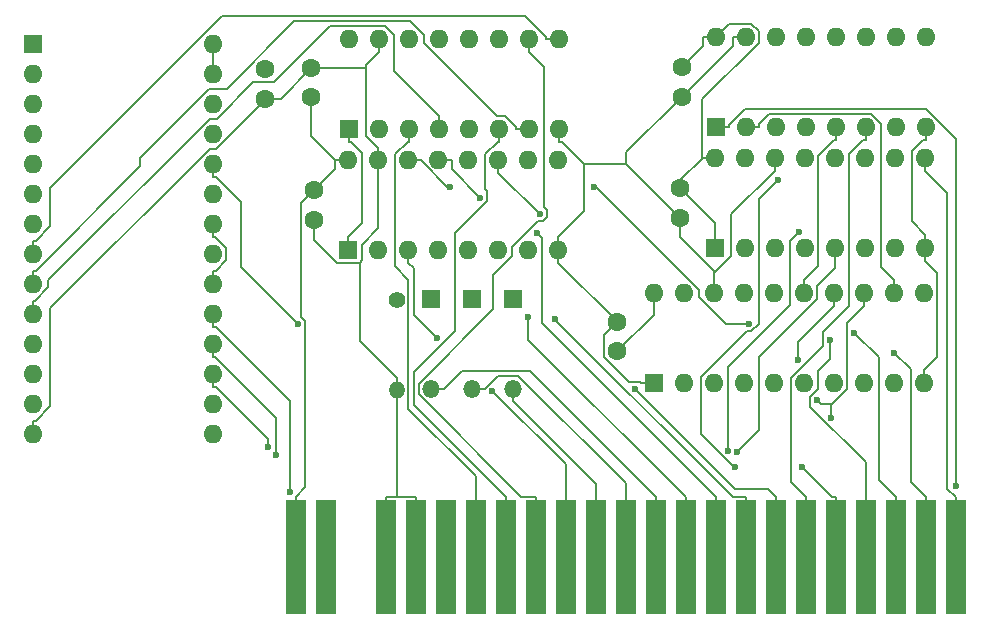
<source format=gbr>
%TF.GenerationSoftware,KiCad,Pcbnew,8.0.2*%
%TF.CreationDate,2024-05-20T10:37:38+02:00*%
%TF.ProjectId,zx81-external-rom-with-display,7a783831-2d65-4787-9465-726e616c2d72,rev?*%
%TF.SameCoordinates,Original*%
%TF.FileFunction,Copper,L2,Bot*%
%TF.FilePolarity,Positive*%
%FSLAX46Y46*%
G04 Gerber Fmt 4.6, Leading zero omitted, Abs format (unit mm)*
G04 Created by KiCad (PCBNEW 8.0.2) date 2024-05-20 10:37:38*
%MOMM*%
%LPD*%
G01*
G04 APERTURE LIST*
%TA.AperFunction,ComponentPad*%
%ADD10C,1.600000*%
%TD*%
%TA.AperFunction,ComponentPad*%
%ADD11R,1.600000X1.600000*%
%TD*%
%TA.AperFunction,ComponentPad*%
%ADD12O,1.600000X1.600000*%
%TD*%
%TA.AperFunction,ComponentPad*%
%ADD13C,1.400000*%
%TD*%
%TA.AperFunction,ComponentPad*%
%ADD14O,1.400000X1.400000*%
%TD*%
%TA.AperFunction,ComponentPad*%
%ADD15R,1.500000X1.500000*%
%TD*%
%TA.AperFunction,ComponentPad*%
%ADD16O,1.500000X1.500000*%
%TD*%
%TA.AperFunction,ConnectorPad*%
%ADD17R,1.778000X9.620000*%
%TD*%
%TA.AperFunction,ViaPad*%
%ADD18C,0.600000*%
%TD*%
%TA.AperFunction,Conductor*%
%ADD19C,0.200000*%
%TD*%
G04 APERTURE END LIST*
D10*
%TO.P,C2,1*%
%TO.N,+5V*%
X131370000Y-101160000D03*
%TO.P,C2,2*%
%TO.N,GND*%
X131370000Y-98660000D03*
%TD*%
%TO.P,C3,1*%
%TO.N,+5V*%
X136655000Y-87330000D03*
%TO.P,C3,2*%
%TO.N,GND*%
X136655000Y-89830000D03*
%TD*%
%TO.P,C6,1*%
%TO.N,+5V*%
X136810000Y-77090000D03*
%TO.P,C6,2*%
%TO.N,GND*%
X136810000Y-79590000D03*
%TD*%
D11*
%TO.P,U6,1,S*%
%TO.N,~{RFSH}*%
X139680000Y-82160000D03*
D12*
%TO.P,U6,2,I0a*%
%TO.N,/D4'*%
X142220000Y-82160000D03*
%TO.P,U6,3,I1a*%
%TO.N,A7*%
X144760000Y-82160000D03*
%TO.P,U6,4,Za*%
%TO.N,/A7'*%
X147300000Y-82160000D03*
%TO.P,U6,5,I0b*%
%TO.N,/D5'*%
X149840000Y-82160000D03*
%TO.P,U6,6,I1b*%
%TO.N,A8*%
X152380000Y-82160000D03*
%TO.P,U6,7,Zb*%
%TO.N,/A8'*%
X154920000Y-82160000D03*
%TO.P,U6,8,GND*%
%TO.N,GND*%
X157460000Y-82160000D03*
%TO.P,U6,9,Zc*%
%TO.N,unconnected-(U6-Zc-Pad9)*%
X157460000Y-74540000D03*
%TO.P,U6,10,I1c*%
%TO.N,unconnected-(U6-I1c-Pad10)*%
X154920000Y-74540000D03*
%TO.P,U6,11,I0c*%
%TO.N,unconnected-(U6-I0c-Pad11)*%
X152380000Y-74540000D03*
%TO.P,U6,12,Zd*%
%TO.N,unconnected-(U6-Zd-Pad12)*%
X149840000Y-74540000D03*
%TO.P,U6,13,I1d*%
%TO.N,unconnected-(U6-I1d-Pad13)*%
X147300000Y-74540000D03*
%TO.P,U6,14,I0d*%
%TO.N,unconnected-(U6-I0d-Pad14)*%
X144760000Y-74540000D03*
%TO.P,U6,15,E*%
%TO.N,GND*%
X142220000Y-74540000D03*
%TO.P,U6,16,VCC*%
%TO.N,+5V*%
X139680000Y-74540000D03*
%TD*%
D11*
%TO.P,U1,1,NC*%
%TO.N,unconnected-(U1-NC-Pad1)*%
X81890000Y-75100000D03*
D12*
%TO.P,U1,2,A12*%
%TO.N,A12*%
X81890000Y-77640000D03*
%TO.P,U1,3,A7*%
%TO.N,/A7'*%
X81890000Y-80180000D03*
%TO.P,U1,4,A6*%
%TO.N,/A6'*%
X81890000Y-82720000D03*
%TO.P,U1,5,A5*%
%TO.N,/A5'*%
X81890000Y-85260000D03*
%TO.P,U1,6,A4*%
%TO.N,/A4'*%
X81890000Y-87800000D03*
%TO.P,U1,7,A3*%
%TO.N,/A3'*%
X81890000Y-90340000D03*
%TO.P,U1,8,A2*%
%TO.N,/A2'*%
X81890000Y-92880000D03*
%TO.P,U1,9,A1*%
%TO.N,/A1'*%
X81890000Y-95420000D03*
%TO.P,U1,10,A0*%
%TO.N,/A0'*%
X81890000Y-97960000D03*
%TO.P,U1,11,D0*%
%TO.N,D0*%
X81890000Y-100500000D03*
%TO.P,U1,12,D1*%
%TO.N,D1*%
X81890000Y-103040000D03*
%TO.P,U1,13,D2*%
%TO.N,D2*%
X81890000Y-105580000D03*
%TO.P,U1,14,GND*%
%TO.N,GND*%
X81890000Y-108120000D03*
%TO.P,U1,15,D3*%
%TO.N,D3*%
X97130000Y-108120000D03*
%TO.P,U1,16,D4*%
%TO.N,D4*%
X97130000Y-105580000D03*
%TO.P,U1,17,D5*%
%TO.N,D5*%
X97130000Y-103040000D03*
%TO.P,U1,18,D6*%
%TO.N,D6*%
X97130000Y-100500000D03*
%TO.P,U1,19,D7*%
%TO.N,D7*%
X97130000Y-97960000D03*
%TO.P,U1,20,~{CE}*%
%TO.N,~{CS}*%
X97130000Y-95420000D03*
%TO.P,U1,21,A10*%
%TO.N,A10*%
X97130000Y-92880000D03*
%TO.P,U1,22,~{OE/Vpp}*%
%TO.N,~{CS}*%
X97130000Y-90340000D03*
%TO.P,U1,23,A11*%
%TO.N,A11*%
X97130000Y-87800000D03*
%TO.P,U1,24,A9*%
%TO.N,A9*%
X97130000Y-85260000D03*
%TO.P,U1,25,A8*%
%TO.N,/A8'*%
X97130000Y-82720000D03*
%TO.P,U1,26,NC*%
%TO.N,unconnected-(U1-NC-Pad26)*%
X97130000Y-80180000D03*
%TO.P,U1,27,~{WE}*%
%TO.N,+5V*%
X97130000Y-77640000D03*
%TO.P,U1,28,VCC*%
X97130000Y-75100000D03*
%TD*%
D11*
%TO.P,U3,1,B*%
%TO.N,+5V*%
X139615000Y-92380000D03*
D12*
%TO.P,U3,2,QB*%
%TO.N,Net-(U3-QB)*%
X142155000Y-92380000D03*
%TO.P,U3,3,QA*%
%TO.N,Net-(U3-QA)*%
X144695000Y-92380000D03*
%TO.P,U3,4,DOWN*%
%TO.N,+5V*%
X147235000Y-92380000D03*
%TO.P,U3,5,UP*%
%TO.N,~{HALT}*%
X149775000Y-92380000D03*
%TO.P,U3,6,QC*%
%TO.N,Net-(U3-QC)*%
X152315000Y-92380000D03*
%TO.P,U3,7,QD*%
%TO.N,unconnected-(U3-QD-Pad7)*%
X154855000Y-92380000D03*
%TO.P,U3,8,GND*%
%TO.N,GND*%
X157395000Y-92380000D03*
%TO.P,U3,9,D*%
%TO.N,+5V*%
X157395000Y-84760000D03*
%TO.P,U3,10,C*%
X154855000Y-84760000D03*
%TO.P,U3,11,~{LOAD}*%
%TO.N,~{NMI}*%
X152315000Y-84760000D03*
%TO.P,U3,12,~{CO}*%
%TO.N,unconnected-(U3-~{CO}-Pad12)*%
X149775000Y-84760000D03*
%TO.P,U3,13,~{BO}*%
%TO.N,unconnected-(U3-~{BO}-Pad13)*%
X147235000Y-84760000D03*
%TO.P,U3,14,CLR*%
%TO.N,GND*%
X144695000Y-84760000D03*
%TO.P,U3,15,A*%
%TO.N,+5V*%
X142155000Y-84760000D03*
%TO.P,U3,16,VCC*%
X139615000Y-84760000D03*
%TD*%
D10*
%TO.P,C5,1*%
%TO.N,+5V*%
X105690000Y-87500000D03*
%TO.P,C5,2*%
%TO.N,GND*%
X105690000Y-90000000D03*
%TD*%
D11*
%TO.P,U2,1,OE*%
%TO.N,GND*%
X134450000Y-103870000D03*
D12*
%TO.P,U2,2,O0*%
%TO.N,/D0'*%
X136990000Y-103870000D03*
%TO.P,U2,3,D0*%
%TO.N,D0*%
X139530000Y-103870000D03*
%TO.P,U2,4,D1*%
%TO.N,D1*%
X142070000Y-103870000D03*
%TO.P,U2,5,O1*%
%TO.N,/D1'*%
X144610000Y-103870000D03*
%TO.P,U2,6,O2*%
%TO.N,/D2'*%
X147150000Y-103870000D03*
%TO.P,U2,7,D2*%
%TO.N,D2*%
X149690000Y-103870000D03*
%TO.P,U2,8,D3*%
%TO.N,D3*%
X152230000Y-103870000D03*
%TO.P,U2,9,O3*%
%TO.N,/D3'*%
X154770000Y-103870000D03*
%TO.P,U2,10,GND*%
%TO.N,GND*%
X157310000Y-103870000D03*
%TO.P,U2,11,Cp*%
%TO.N,~{RD}*%
X157310000Y-96250000D03*
%TO.P,U2,12,O4*%
%TO.N,/D4'*%
X154770000Y-96250000D03*
%TO.P,U2,13,D4*%
%TO.N,D4*%
X152230000Y-96250000D03*
%TO.P,U2,14,D5*%
%TO.N,D5*%
X149690000Y-96250000D03*
%TO.P,U2,15,O5*%
%TO.N,/D5'*%
X147150000Y-96250000D03*
%TO.P,U2,16,O6*%
%TO.N,unconnected-(U2-O6-Pad16)*%
X144610000Y-96250000D03*
%TO.P,U2,17,D6*%
%TO.N,GND*%
X142070000Y-96250000D03*
%TO.P,U2,18,D7*%
X139530000Y-96250000D03*
%TO.P,U2,19,O7*%
%TO.N,unconnected-(U2-O7-Pad19)*%
X136990000Y-96250000D03*
%TO.P,U2,20,VCC*%
%TO.N,+5V*%
X134450000Y-96250000D03*
%TD*%
D13*
%TO.P,R2,1*%
%TO.N,~{CS}*%
X112670000Y-96815000D03*
D14*
%TO.P,R2,2*%
%TO.N,GND*%
X112670000Y-104435000D03*
%TD*%
D10*
%TO.P,C4,1*%
%TO.N,+5V*%
X105465000Y-79660000D03*
%TO.P,C4,2*%
%TO.N,GND*%
X105465000Y-77160000D03*
%TD*%
D15*
%TO.P,D6,1,K*%
%TO.N,~{CS}*%
X115620000Y-96725000D03*
D16*
%TO.P,D6,2,A*%
%TO.N,A13*%
X115620000Y-104345000D03*
%TD*%
D15*
%TO.P,D5,1,K*%
%TO.N,~{CS}*%
X119080000Y-96715000D03*
D16*
%TO.P,D5,2,A*%
%TO.N,A14*%
X119080000Y-104335000D03*
%TD*%
D15*
%TO.P,D4,1,K*%
%TO.N,~{CS}*%
X122540000Y-96725000D03*
D16*
%TO.P,D4,2,A*%
%TO.N,A15*%
X122540000Y-104345000D03*
%TD*%
D17*
%TO.P,J1,A3,+5Vcc*%
%TO.N,+5V*%
X104119982Y-118590000D03*
%TO.P,J1,A4,+9Vcc*%
%TO.N,unconnected-(J1-+9Vcc-PadA4)*%
X106659982Y-118590000D03*
%TO.P,J1,A6,GND*%
%TO.N,GND*%
X111739982Y-118590000D03*
%TO.P,J1,A7,GND*%
X114279982Y-118590000D03*
%TO.P,J1,A8,CLOCK*%
%TO.N,unconnected-(J1-CLOCK-PadA8)*%
X116819982Y-118590000D03*
%TO.P,J1,A9,A0*%
%TO.N,A0*%
X119359982Y-118590000D03*
%TO.P,J1,A10,A1*%
%TO.N,A1*%
X121899982Y-118590000D03*
%TO.P,J1,A11,A2*%
%TO.N,A2*%
X124439982Y-118590000D03*
%TO.P,J1,A12,A3*%
%TO.N,A3*%
X126979982Y-118590000D03*
%TO.P,J1,A13,A15*%
%TO.N,A15*%
X129519982Y-118590000D03*
%TO.P,J1,A14,A14*%
%TO.N,A14*%
X132059982Y-118590000D03*
%TO.P,J1,A15,A13*%
%TO.N,A13*%
X134599982Y-118590000D03*
%TO.P,J1,A16,A12*%
%TO.N,A12*%
X137139982Y-118590000D03*
%TO.P,J1,A17,A11*%
%TO.N,A11*%
X139679982Y-118590000D03*
%TO.P,J1,A18,A10*%
%TO.N,A10*%
X142219982Y-118590000D03*
%TO.P,J1,A19,A9*%
%TO.N,A9*%
X144759982Y-118590000D03*
%TO.P,J1,A20,A8*%
%TO.N,A8*%
X147299982Y-118590000D03*
%TO.P,J1,A21,A7*%
%TO.N,A7*%
X149839982Y-118590000D03*
%TO.P,J1,A22,A6*%
%TO.N,A6*%
X152379982Y-118590000D03*
%TO.P,J1,A23,A5*%
%TO.N,A5*%
X154919982Y-118590000D03*
%TO.P,J1,A24,A4*%
%TO.N,A4*%
X157459982Y-118590000D03*
%TO.P,J1,A25,~{ROMCS}*%
%TO.N,+5V*%
X159999982Y-118590000D03*
%TD*%
D11*
%TO.P,U4,1,S*%
%TO.N,~{RFSH}*%
X108660000Y-82330000D03*
D12*
%TO.P,U4,2,I0a*%
%TO.N,Net-(U3-QA)*%
X111200000Y-82330000D03*
%TO.P,U4,3,I1a*%
%TO.N,A0*%
X113740000Y-82330000D03*
%TO.P,U4,4,Za*%
%TO.N,/A0'*%
X116280000Y-82330000D03*
%TO.P,U4,5,I0b*%
%TO.N,Net-(U3-QB)*%
X118820000Y-82330000D03*
%TO.P,U4,6,I1b*%
%TO.N,A1*%
X121360000Y-82330000D03*
%TO.P,U4,7,Zb*%
%TO.N,/A1'*%
X123900000Y-82330000D03*
%TO.P,U4,8,GND*%
%TO.N,GND*%
X126440000Y-82330000D03*
%TO.P,U4,9,Zc*%
%TO.N,/A2'*%
X126440000Y-74710000D03*
%TO.P,U4,10,I1c*%
%TO.N,A2*%
X123900000Y-74710000D03*
%TO.P,U4,11,I0c*%
%TO.N,Net-(U3-QC)*%
X121360000Y-74710000D03*
%TO.P,U4,12,Zd*%
%TO.N,unconnected-(U4-Zd-Pad12)*%
X118820000Y-74710000D03*
%TO.P,U4,13,I1d*%
%TO.N,unconnected-(U4-I1d-Pad13)*%
X116280000Y-74710000D03*
%TO.P,U4,14,I0d*%
%TO.N,unconnected-(U4-I0d-Pad14)*%
X113740000Y-74710000D03*
%TO.P,U4,15,E*%
%TO.N,GND*%
X111200000Y-74710000D03*
%TO.P,U4,16,VCC*%
%TO.N,+5V*%
X108660000Y-74710000D03*
%TD*%
D10*
%TO.P,C1,1*%
%TO.N,+5V*%
X101550000Y-77280000D03*
%TO.P,C1,2*%
%TO.N,GND*%
X101550000Y-79780000D03*
%TD*%
D11*
%TO.P,U5,1,S*%
%TO.N,~{RFSH}*%
X108600000Y-92540000D03*
D12*
%TO.P,U5,2,I0a*%
%TO.N,/D0'*%
X111140000Y-92540000D03*
%TO.P,U5,3,I1a*%
%TO.N,A3*%
X113680000Y-92540000D03*
%TO.P,U5,4,Za*%
%TO.N,/A3'*%
X116220000Y-92540000D03*
%TO.P,U5,5,I0b*%
%TO.N,/D1'*%
X118760000Y-92540000D03*
%TO.P,U5,6,I1b*%
%TO.N,A4*%
X121300000Y-92540000D03*
%TO.P,U5,7,Zb*%
%TO.N,/A4'*%
X123840000Y-92540000D03*
%TO.P,U5,8,GND*%
%TO.N,GND*%
X126380000Y-92540000D03*
%TO.P,U5,9,Zc*%
%TO.N,/A5'*%
X126380000Y-84920000D03*
%TO.P,U5,10,I1c*%
%TO.N,A5*%
X123840000Y-84920000D03*
%TO.P,U5,11,I0c*%
%TO.N,/D2'*%
X121300000Y-84920000D03*
%TO.P,U5,12,Zd*%
%TO.N,/A6'*%
X118760000Y-84920000D03*
%TO.P,U5,13,I1d*%
%TO.N,A6*%
X116220000Y-84920000D03*
%TO.P,U5,14,I0d*%
%TO.N,/D3'*%
X113680000Y-84920000D03*
%TO.P,U5,15,E*%
%TO.N,GND*%
X111140000Y-84920000D03*
%TO.P,U5,16,VCC*%
%TO.N,+5V*%
X108600000Y-84920000D03*
%TD*%
D18*
%TO.N,A10*%
X126116400Y-98411500D03*
%TO.N,A4*%
X154798400Y-101260000D03*
%TO.N,A3*%
X120777500Y-104526200D03*
X116100300Y-100056800D03*
%TO.N,D7*%
X103673300Y-113053700D03*
%TO.N,D5*%
X146661800Y-101894500D03*
X101782800Y-109283300D03*
%TO.N,A12*%
X123823100Y-98228900D03*
%TO.N,~{HALT}*%
X141509100Y-109689500D03*
%TO.N,A11*%
X124569700Y-91144700D03*
%TO.N,D6*%
X102489400Y-109974800D03*
%TO.N,~{RFSH}*%
X160070700Y-112583800D03*
%TO.N,A6*%
X149354000Y-100234200D03*
X119724900Y-88147400D03*
%TO.N,A9*%
X132875100Y-104384800D03*
X104307900Y-98830600D03*
%TO.N,A7*%
X141295600Y-110945400D03*
X147018600Y-110945400D03*
X144973900Y-86660000D03*
%TO.N,D4*%
X149468400Y-106798400D03*
X148257400Y-105282400D03*
%TO.N,A5*%
X151423300Y-99601000D03*
%TO.N,/D3'*%
X142471000Y-98847000D03*
X129410600Y-87238400D03*
X117165600Y-87238400D03*
%TO.N,/D2'*%
X124793700Y-89552600D03*
%TO.N,~{NMI}*%
X146736300Y-91053500D03*
X140707300Y-109577400D03*
%TD*%
D19*
%TO.N,GND*%
X109540900Y-93641700D02*
X109728500Y-93454100D01*
X112670000Y-113454600D02*
X114256300Y-113454600D01*
X114280000Y-118590000D02*
X114280000Y-113478300D01*
X144695000Y-84760000D02*
X144695000Y-85861700D01*
X126380000Y-93090800D02*
X126380000Y-92540000D01*
X128498500Y-89319800D02*
X126380000Y-91438300D01*
X140986700Y-93051600D02*
X140986700Y-89570000D01*
X111200000Y-74710000D02*
X111200000Y-75811700D01*
X157395000Y-92930800D02*
X157395000Y-93481700D01*
X134450000Y-103870000D02*
X133348300Y-103870000D01*
X136655000Y-89830000D02*
X132096800Y-85271800D01*
X82118300Y-107018300D02*
X81890000Y-107018300D01*
X139530000Y-94508300D02*
X139613800Y-94424500D01*
X157395000Y-92930800D02*
X157395000Y-92380000D01*
X126380000Y-92540000D02*
X126380000Y-91438300D01*
X110091900Y-77160000D02*
X110091900Y-76919800D01*
X112670000Y-104435000D02*
X112670000Y-103433300D01*
X132096800Y-85271800D02*
X132096800Y-84303200D01*
X111140000Y-83818300D02*
X111015600Y-83818300D01*
X140986700Y-89570000D02*
X144695000Y-85861700D01*
X112670000Y-104435000D02*
X112670000Y-105436700D01*
X136655000Y-91465800D02*
X136655000Y-89830000D01*
X136810000Y-79590000D02*
X141118300Y-75281700D01*
X107615700Y-93641700D02*
X105690000Y-91716000D01*
X139613800Y-94424500D02*
X140986700Y-93051600D01*
X157460000Y-82160000D02*
X157460000Y-83261700D01*
X83329800Y-97500600D02*
X83329800Y-105806800D01*
X139530000Y-96250000D02*
X139530000Y-95148300D01*
X130261300Y-99768700D02*
X131370000Y-98660000D01*
X111140000Y-90740000D02*
X111140000Y-84920000D01*
X110091900Y-77160000D02*
X105465000Y-77160000D01*
X133348300Y-103870000D02*
X133261400Y-103783100D01*
X101550000Y-79860900D02*
X97420900Y-83990000D01*
X132096800Y-84303200D02*
X136810000Y-79590000D01*
X139613800Y-94424500D02*
X136655000Y-91465800D01*
X128498500Y-85271800D02*
X132096800Y-85271800D01*
X112670000Y-103433300D02*
X109540900Y-100304200D01*
X139530000Y-95148300D02*
X139530000Y-94508300D01*
X102845000Y-79780000D02*
X101550000Y-79780000D01*
X156283700Y-84209700D02*
X157231700Y-83261700D01*
X111740000Y-113478300D02*
X112646300Y-113478300D01*
X96840400Y-83990000D02*
X83329800Y-97500600D01*
X131370000Y-98660000D02*
X131370000Y-98631700D01*
X157310000Y-103870000D02*
X157310000Y-102768300D01*
X110091900Y-82894600D02*
X110091900Y-77160000D01*
X109540900Y-93641700D02*
X107615700Y-93641700D01*
X158412900Y-101665400D02*
X157310000Y-102768300D01*
X132384400Y-103783100D02*
X130261300Y-101660000D01*
X112670000Y-105436700D02*
X112670000Y-113454600D01*
X157395000Y-93481700D02*
X158412900Y-94499600D01*
X83329800Y-105806800D02*
X82118300Y-107018300D01*
X158412900Y-94499600D02*
X158412900Y-101665400D01*
X105690000Y-91716000D02*
X105690000Y-90000000D01*
X126440000Y-82330000D02*
X126440000Y-83431700D01*
X157395000Y-92380000D02*
X157395000Y-91278300D01*
X133261400Y-103783100D02*
X132384400Y-103783100D01*
X97420900Y-83990000D02*
X96840400Y-83990000D01*
X109728500Y-93454100D02*
X109728500Y-92151500D01*
X157231700Y-83261700D02*
X157460000Y-83261700D01*
X101550000Y-79780000D02*
X101550000Y-79860900D01*
X142220000Y-74540000D02*
X141118300Y-74540000D01*
X128498500Y-85271800D02*
X128498500Y-89319800D01*
X157395000Y-91278300D02*
X156283700Y-90167000D01*
X109540900Y-100304200D02*
X109540900Y-93641700D01*
X126658400Y-83431700D02*
X128498500Y-85271800D01*
X130261300Y-101660000D02*
X130261300Y-99768700D01*
X111015600Y-83818300D02*
X110091900Y-82894600D01*
X81890000Y-108120000D02*
X81890000Y-107018300D01*
X126440000Y-83431700D02*
X126658400Y-83431700D01*
X114256300Y-113454600D02*
X114280000Y-113478300D01*
X109728500Y-92151500D02*
X111140000Y-90740000D01*
X105465000Y-77160000D02*
X102845000Y-79780000D01*
X112646300Y-113478300D02*
X112670000Y-113454600D01*
X141118300Y-75281700D02*
X141118300Y-74540000D01*
X126380000Y-93090800D02*
X126380000Y-93641700D01*
X111140000Y-84920000D02*
X111140000Y-83818300D01*
X131370000Y-98631700D02*
X126380000Y-93641700D01*
X111740000Y-118590000D02*
X111740000Y-113478300D01*
X110091900Y-76919800D02*
X111200000Y-75811700D01*
X156283700Y-90167000D02*
X156283700Y-84209700D01*
%TO.N,A13*%
X134600000Y-113478300D02*
X123946500Y-102824800D01*
X118191900Y-102824800D02*
X116671700Y-104345000D01*
X115620000Y-104345000D02*
X116671700Y-104345000D01*
X134600000Y-118590000D02*
X134600000Y-113478300D01*
X123946500Y-102824800D02*
X118191900Y-102824800D01*
%TO.N,A14*%
X132060000Y-118590000D02*
X132060000Y-112340300D01*
X132060000Y-112340300D02*
X122946200Y-103226500D01*
X120131700Y-104321200D02*
X120131700Y-104335000D01*
X119080000Y-104335000D02*
X120131700Y-104335000D01*
X121226400Y-103226500D02*
X120131700Y-104321200D01*
X122946200Y-103226500D02*
X121226400Y-103226500D01*
%TO.N,A15*%
X122540000Y-104345000D02*
X122540000Y-105396700D01*
X129520000Y-112376700D02*
X122540000Y-105396700D01*
X129520000Y-118590000D02*
X129520000Y-112376700D01*
%TO.N,A10*%
X126116400Y-98411500D02*
X126116400Y-98476900D01*
X141117800Y-113478300D02*
X142220000Y-113478300D01*
X126116400Y-98476900D02*
X141117800Y-113478300D01*
X142220000Y-118590000D02*
X142220000Y-113478300D01*
%TO.N,A4*%
X157460000Y-113478300D02*
X156208300Y-112226600D01*
X157460000Y-118590000D02*
X157460000Y-113478300D01*
X156208300Y-102669900D02*
X154798400Y-101260000D01*
X156208300Y-112226600D02*
X156208300Y-102669900D01*
%TO.N,A3*%
X114114100Y-94075800D02*
X114114100Y-98070600D01*
X113680000Y-92540000D02*
X113680000Y-93641700D01*
X114114100Y-98070600D02*
X116100300Y-100056800D01*
X113680000Y-93641700D02*
X114114100Y-94075800D01*
X120777500Y-104526200D02*
X126980000Y-110728700D01*
X126980000Y-110728700D02*
X126980000Y-118590000D01*
%TO.N,D7*%
X97130000Y-99061700D02*
X97358300Y-99061700D01*
X97358300Y-99061700D02*
X103673300Y-105376700D01*
X103673300Y-105376700D02*
X103673300Y-113053700D01*
X97130000Y-97960000D02*
X97130000Y-99061700D01*
%TO.N,A0*%
X113674200Y-106061000D02*
X119360000Y-111746800D01*
X112542800Y-84491200D02*
X112542800Y-93971600D01*
X113740000Y-82330000D02*
X113740000Y-83431700D01*
X113674200Y-95103000D02*
X113674200Y-106061000D01*
X112542800Y-93971600D02*
X113674200Y-95103000D01*
X119360000Y-111746800D02*
X119360000Y-118590000D01*
X113740000Y-83431700D02*
X113602300Y-83431700D01*
X113602300Y-83431700D02*
X112542800Y-84491200D01*
%TO.N,D5*%
X146661800Y-101894500D02*
X146661800Y-100379900D01*
X101782800Y-109283300D02*
X101782800Y-108566200D01*
X149690000Y-96250000D02*
X149690000Y-97351700D01*
X146661800Y-100379900D02*
X149690000Y-97351700D01*
X97130000Y-103040000D02*
X97130000Y-104141700D01*
X101782800Y-108566200D02*
X97358300Y-104141700D01*
X97358300Y-104141700D02*
X97130000Y-104141700D01*
%TO.N,A2*%
X125182600Y-88968900D02*
X125182600Y-77094300D01*
X120863700Y-94657800D02*
X122474100Y-93047400D01*
X124655200Y-90154300D02*
X125042900Y-90154300D01*
X122474100Y-92335400D02*
X124655200Y-90154300D01*
X125395400Y-89181700D02*
X125182600Y-88968900D01*
X123207400Y-113478300D02*
X114541200Y-104812100D01*
X122474100Y-93047400D02*
X122474100Y-92335400D01*
X124440000Y-113478300D02*
X123207400Y-113478300D01*
X114541200Y-103936400D02*
X120863700Y-97613900D01*
X125182600Y-77094300D02*
X123900000Y-75811700D01*
X124440000Y-118590000D02*
X124440000Y-113478300D01*
X120863700Y-97613900D02*
X120863700Y-94657800D01*
X125395400Y-89801800D02*
X125395400Y-89181700D01*
X114541200Y-104812100D02*
X114541200Y-103936400D01*
X125042900Y-90154300D02*
X125395400Y-89801800D01*
X123900000Y-74710000D02*
X123900000Y-75811700D01*
%TO.N,~{CS}*%
X98235300Y-93441300D02*
X97358300Y-94318300D01*
X97130000Y-91441700D02*
X97267700Y-91441700D01*
X97130000Y-90340000D02*
X97130000Y-91441700D01*
X97267700Y-91441700D02*
X98235300Y-92409300D01*
X97358300Y-94318300D02*
X97130000Y-94318300D01*
X97130000Y-95420000D02*
X97130000Y-94318300D01*
X98235300Y-92409300D02*
X98235300Y-93441300D01*
%TO.N,A12*%
X137140000Y-113478300D02*
X123823100Y-100161400D01*
X123823100Y-100161400D02*
X123823100Y-98228900D01*
X137140000Y-118590000D02*
X137140000Y-113478300D01*
%TO.N,~{HALT}*%
X149775000Y-92380000D02*
X149775000Y-94111700D01*
X149775000Y-94111700D02*
X148252900Y-95633800D01*
X148252900Y-96705200D02*
X143340000Y-101618100D01*
X143340000Y-107858600D02*
X141509100Y-109689500D01*
X143340000Y-101618100D02*
X143340000Y-107858600D01*
X148252900Y-95633800D02*
X148252900Y-96705200D01*
%TO.N,A11*%
X124985100Y-91560100D02*
X124569700Y-91144700D01*
X139680000Y-118590000D02*
X139680000Y-113478300D01*
X139680000Y-113478300D02*
X124985100Y-98783400D01*
X124985100Y-98783400D02*
X124985100Y-91560100D01*
%TO.N,D6*%
X97130000Y-101601700D02*
X97267700Y-101601700D01*
X97130000Y-100500000D02*
X97130000Y-101601700D01*
X102489400Y-106823400D02*
X102489400Y-109974800D01*
X97267700Y-101601700D02*
X102489400Y-106823400D01*
%TO.N,~{RFSH}*%
X140781700Y-82160000D02*
X140781700Y-82022300D01*
X139680000Y-82160000D02*
X140781700Y-82160000D01*
X109718700Y-90319600D02*
X108600000Y-91438300D01*
X142179400Y-80624600D02*
X157503400Y-80624600D01*
X108792500Y-83431700D02*
X109718700Y-84357900D01*
X108660000Y-82330000D02*
X108660000Y-83431700D01*
X108600000Y-92540000D02*
X108600000Y-91438300D01*
X160070700Y-83191900D02*
X160070700Y-112583800D01*
X157503400Y-80624600D02*
X160070700Y-83191900D01*
X140781700Y-82022300D02*
X142179400Y-80624600D01*
X108660000Y-83431700D02*
X108792500Y-83431700D01*
X109718700Y-84357900D02*
X109718700Y-90319600D01*
%TO.N,A8*%
X146048300Y-112226600D02*
X147300000Y-113478300D01*
X150981100Y-84432300D02*
X150981100Y-97312400D01*
X148744900Y-99548600D02*
X148744900Y-100717000D01*
X152380000Y-82160000D02*
X152380000Y-83261700D01*
X152380000Y-83261700D02*
X152151700Y-83261700D01*
X152151700Y-83261700D02*
X150981100Y-84432300D01*
X150981100Y-97312400D02*
X148744900Y-99548600D01*
X148744900Y-100717000D02*
X146048300Y-103413600D01*
X146048300Y-103413600D02*
X146048300Y-112226600D01*
X147300000Y-118590000D02*
X147300000Y-113478300D01*
%TO.N,A1*%
X117635800Y-99406600D02*
X114108500Y-102933900D01*
X121360000Y-83431700D02*
X121222300Y-83431700D01*
X121222300Y-83431700D02*
X120191500Y-84462500D01*
X120343700Y-88426400D02*
X117635800Y-91134300D01*
X120191500Y-87423800D02*
X120343700Y-87576000D01*
X120343700Y-87576000D02*
X120343700Y-88426400D01*
X117635800Y-91134300D02*
X117635800Y-99406600D01*
X114108500Y-105686800D02*
X121900000Y-113478300D01*
X121900000Y-118590000D02*
X121900000Y-113478300D01*
X121360000Y-82330000D02*
X121360000Y-83431700D01*
X120191500Y-84462500D02*
X120191500Y-87423800D01*
X114108500Y-102933900D02*
X114108500Y-105686800D01*
%TO.N,A6*%
X152380000Y-110567400D02*
X147655700Y-105843100D01*
X147655700Y-105033300D02*
X148325000Y-104364000D01*
X148325000Y-102864800D02*
X149354000Y-101835800D01*
X116220000Y-84920000D02*
X117321700Y-84920000D01*
X152380000Y-118590000D02*
X152380000Y-110567400D01*
X117321700Y-85744200D02*
X119724900Y-88147400D01*
X149354000Y-101835800D02*
X149354000Y-100234200D01*
X147655700Y-105843100D02*
X147655700Y-105033300D01*
X148325000Y-104364000D02*
X148325000Y-102864800D01*
X117321700Y-84920000D02*
X117321700Y-85744200D01*
%TO.N,A9*%
X97130000Y-85260000D02*
X97130000Y-86361700D01*
X97358300Y-86361700D02*
X97130000Y-86361700D01*
X144082300Y-112800600D02*
X141290900Y-112800600D01*
X144760000Y-118590000D02*
X144760000Y-113478300D01*
X99481500Y-94004200D02*
X99481500Y-88484900D01*
X104307900Y-98830600D02*
X99481500Y-94004200D01*
X141290900Y-112800600D02*
X132875100Y-104384800D01*
X99481500Y-88484900D02*
X97358300Y-86361700D01*
X144760000Y-113478300D02*
X144082300Y-112800600D01*
%TO.N,A7*%
X141224100Y-110945400D02*
X138421800Y-108143100D01*
X138421800Y-103362000D02*
X142335100Y-99448700D01*
X149551500Y-113478300D02*
X147018600Y-110945400D01*
X143340000Y-98828900D02*
X143340000Y-88293900D01*
X149840000Y-118590000D02*
X149840000Y-113478300D01*
X141295600Y-110945400D02*
X141224100Y-110945400D01*
X142720200Y-99448700D02*
X143340000Y-98828900D01*
X142335100Y-99448700D02*
X142720200Y-99448700D01*
X143340000Y-88293900D02*
X144973900Y-86660000D01*
X149840000Y-113478300D02*
X149551500Y-113478300D01*
X138421800Y-108143100D02*
X138421800Y-103362000D01*
%TO.N,D4*%
X149566000Y-105598000D02*
X149468400Y-105598000D01*
X150807800Y-104356200D02*
X149566000Y-105598000D01*
X150807800Y-98773900D02*
X150807800Y-104356200D01*
X152230000Y-96250000D02*
X152230000Y-97351700D01*
X152230000Y-97351700D02*
X150807800Y-98773900D01*
X149468400Y-105598000D02*
X149468400Y-106798400D01*
X149468400Y-105598000D02*
X148573000Y-105598000D01*
X148573000Y-105598000D02*
X148257400Y-105282400D01*
%TO.N,A5*%
X154920000Y-118590000D02*
X154920000Y-113478300D01*
X153500000Y-112058300D02*
X153500000Y-101677700D01*
X154920000Y-113478300D02*
X153500000Y-112058300D01*
X153500000Y-101677700D02*
X151423300Y-99601000D01*
%TO.N,/A2'*%
X81890000Y-92880000D02*
X81890000Y-91778300D01*
X125338300Y-74710000D02*
X125338300Y-74572300D01*
X83329800Y-87315300D02*
X83329800Y-90566800D01*
X82118300Y-91778300D02*
X81890000Y-91778300D01*
X126440000Y-74710000D02*
X125338300Y-74710000D01*
X123515300Y-72749300D02*
X97895800Y-72749300D01*
X97895800Y-72749300D02*
X83329800Y-87315300D01*
X83329800Y-90566800D02*
X82118300Y-91778300D01*
X125338300Y-74572300D02*
X123515300Y-72749300D01*
%TO.N,/A0'*%
X112470000Y-77418300D02*
X116280000Y-81228300D01*
X100510800Y-78381700D02*
X102260800Y-78381700D01*
X97442500Y-81450000D02*
X100510800Y-78381700D01*
X112470000Y-74365500D02*
X112470000Y-77418300D01*
X102260800Y-78381700D02*
X107039500Y-73603000D01*
X116280000Y-82330000D02*
X116280000Y-81228300D01*
X81890000Y-96858300D02*
X82027800Y-96858300D01*
X81890000Y-97960000D02*
X81890000Y-96858300D01*
X83158000Y-95728100D02*
X83158000Y-95126900D01*
X82027800Y-96858300D02*
X83158000Y-95728100D01*
X96834900Y-81450000D02*
X97442500Y-81450000D01*
X83158000Y-95126900D02*
X96834900Y-81450000D01*
X111707500Y-73603000D02*
X112470000Y-74365500D01*
X107039500Y-73603000D02*
X111707500Y-73603000D01*
%TO.N,/A1'*%
X115010000Y-74410100D02*
X115010000Y-75032500D01*
X81890000Y-94318300D02*
X82118300Y-94318300D01*
X96822600Y-78910000D02*
X98291300Y-78910000D01*
X121834400Y-81228300D02*
X122798300Y-82192200D01*
X104025900Y-73175400D02*
X113775300Y-73175400D01*
X115010000Y-75032500D02*
X121205800Y-81228300D01*
X81890000Y-95420000D02*
X81890000Y-94318300D01*
X82118300Y-94318300D02*
X90967300Y-85469300D01*
X98291300Y-78910000D02*
X104025900Y-73175400D01*
X90967300Y-85469300D02*
X90967300Y-84765300D01*
X122798300Y-82192200D02*
X122798300Y-82330000D01*
X90967300Y-84765300D02*
X96822600Y-78910000D01*
X113775300Y-73175400D02*
X115010000Y-74410100D01*
X121205800Y-81228300D02*
X121834400Y-81228300D01*
X123900000Y-82330000D02*
X122798300Y-82330000D01*
%TO.N,/D5'*%
X149840000Y-82160000D02*
X149840000Y-83261700D01*
X149702300Y-83261700D02*
X148336700Y-84627300D01*
X148336700Y-84627300D02*
X148336700Y-93961600D01*
X149840000Y-83261700D02*
X149702300Y-83261700D01*
X147150000Y-96250000D02*
X147150000Y-95148300D01*
X148336700Y-93961600D02*
X147150000Y-95148300D01*
%TO.N,/D3'*%
X129571400Y-87238400D02*
X129410600Y-87238400D01*
X114781700Y-85057700D02*
X116962300Y-87238300D01*
X116962300Y-87238300D02*
X117165600Y-87238300D01*
X117165600Y-87238300D02*
X117165600Y-87238400D01*
X113680000Y-84920000D02*
X114781700Y-84920000D01*
X138260000Y-95927000D02*
X129571400Y-87238400D01*
X114781700Y-84920000D02*
X114781700Y-85057700D01*
X140557400Y-98847000D02*
X138260000Y-96549600D01*
X142471000Y-98847000D02*
X140557400Y-98847000D01*
X138260000Y-96549600D02*
X138260000Y-95927000D01*
%TO.N,/D2'*%
X124793700Y-89515400D02*
X124793700Y-89552600D01*
X121300000Y-84920000D02*
X121300000Y-86021700D01*
X121300000Y-86021700D02*
X124793700Y-89515400D01*
%TO.N,/D4'*%
X144211000Y-81042400D02*
X152825100Y-81042400D01*
X153668300Y-94046600D02*
X154770000Y-95148300D01*
X154770000Y-96250000D02*
X154770000Y-95148300D01*
X142220000Y-82160000D02*
X143321700Y-82160000D01*
X143321700Y-81931700D02*
X144211000Y-81042400D01*
X153668300Y-81885600D02*
X153668300Y-94046600D01*
X152825100Y-81042400D02*
X153668300Y-81885600D01*
X143321700Y-82160000D02*
X143321700Y-81931700D01*
%TO.N,+5V*%
X107498300Y-84920000D02*
X107498300Y-85691700D01*
X139615000Y-90290000D02*
X139615000Y-92380000D01*
X138525400Y-79815600D02*
X138525400Y-84705600D01*
X134450000Y-98080000D02*
X131370000Y-101160000D01*
X138525400Y-84705600D02*
X138579800Y-84760000D01*
X134450000Y-96250000D02*
X134450000Y-98080000D01*
X104120000Y-118590000D02*
X104120000Y-113478300D01*
X104559500Y-88630500D02*
X105690000Y-87500000D01*
X160000000Y-118590000D02*
X160000000Y-113478300D01*
X143325900Y-74036300D02*
X143325900Y-75015100D01*
X143325900Y-75015100D02*
X138525400Y-79815600D01*
X157395000Y-85861700D02*
X159314800Y-87781500D01*
X138579800Y-84760000D02*
X136655000Y-86684800D01*
X136655000Y-86684800D02*
X136655000Y-87330000D01*
X108600000Y-84920000D02*
X107498300Y-84920000D01*
X105465000Y-82886700D02*
X107498300Y-84920000D01*
X107498300Y-85691700D02*
X105690000Y-87500000D01*
X140799600Y-73420400D02*
X142710000Y-73420400D01*
X138579800Y-84760000D02*
X138646700Y-84760000D01*
X157395000Y-84760000D02*
X157395000Y-85861700D01*
X142710000Y-73420400D02*
X143325900Y-74036300D01*
X139680000Y-74540000D02*
X140799600Y-73420400D01*
X159314800Y-112793100D02*
X160000000Y-113478300D01*
X139615000Y-84760000D02*
X138646700Y-84760000D01*
X104559500Y-98231300D02*
X104559500Y-88630500D01*
X136655000Y-87330000D02*
X139615000Y-90290000D01*
X104909600Y-98581400D02*
X104559500Y-98231300D01*
X139680000Y-74540000D02*
X138578300Y-74540000D01*
X104909600Y-112688700D02*
X104909600Y-98581400D01*
X159314800Y-87781500D02*
X159314800Y-112793100D01*
X105465000Y-79660000D02*
X105465000Y-82886700D01*
X136810000Y-77090000D02*
X138578300Y-75321700D01*
X97130000Y-75100000D02*
X97130000Y-77640000D01*
X138578300Y-75321700D02*
X138578300Y-74540000D01*
X104120000Y-113478300D02*
X104909600Y-112688700D01*
%TO.N,~{NMI}*%
X145952200Y-97273000D02*
X140707300Y-102517900D01*
X146736300Y-91053500D02*
X145952200Y-91837600D01*
X140707300Y-102517900D02*
X140707300Y-109577400D01*
X145952200Y-91837600D02*
X145952200Y-97273000D01*
%TD*%
M02*

</source>
